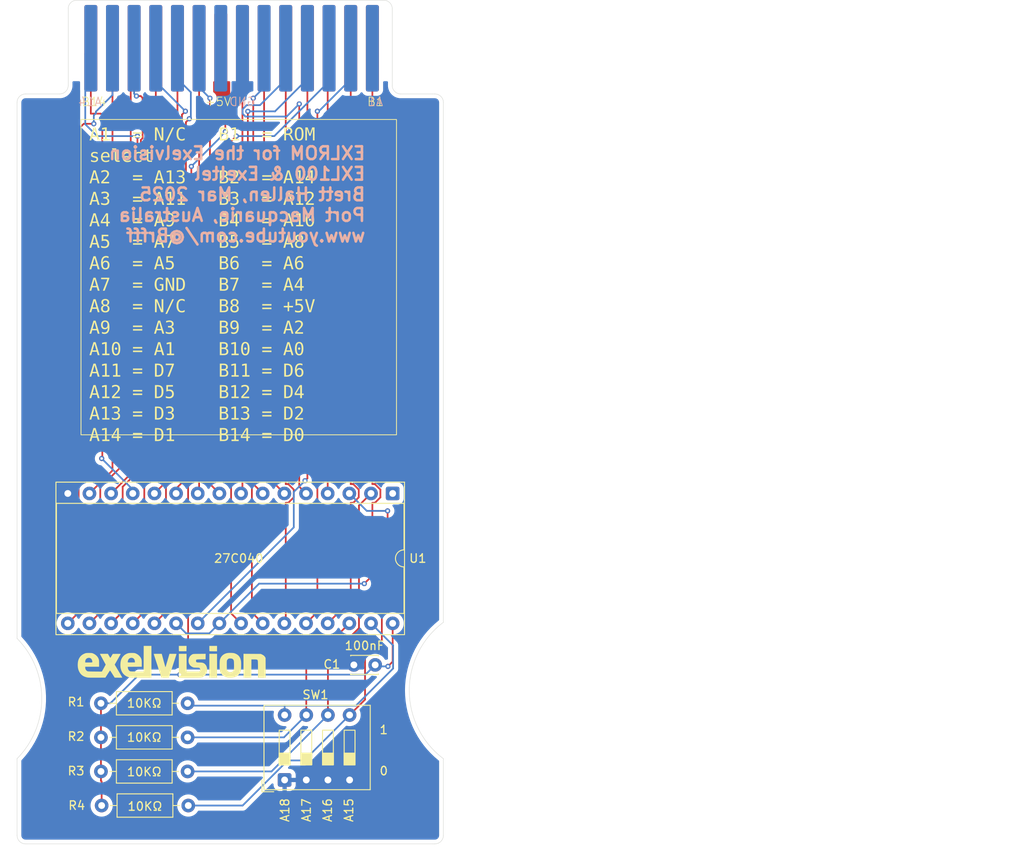
<source format=kicad_pcb>
(kicad_pcb (version 20241229) (generator "pcbnew") (generator_version "9.0")
  (title_block (title "Exelvision EXLROM Cartridge") (date "1-Apr-2025") (company "Brett Hallen") (comment 1 "www.youtube.com/@Brfff"))
  (layers (0 "F.Cu" signal) (2 "B.Cu" signal) (13 "F.Paste" user) (15 "B.Paste" user) (5 "F.SilkS" user "F.Silkscreen") (7 "B.SilkS" user "B.Silkscreen") (1 "F.Mask" user) (3 "B.Mask" user) (25 "Edge.Cuts" user))
  (net 0 "")
  (net 1 "/A15")
  (net 2 "Vcc")
  (net 3 "/A16")
  (net 4 "/A17")
  (net 5 "/A18")
  (net 6 "GND")
  (net 7 "~{ROM_CS}")
  (net 8 "/A9")
  (net 9 "/A6")
  (net 10 "/D0")
  (net 11 "/D6")
  (net 12 "/D1")
  (net 13 "/D7")
  (net 14 "/D4")
  (net 15 "/A11")
  (net 16 "/A10")
  (net 17 "/A0")
  (net 18 "/A7")
  (net 19 "/A3")
  (net 21 "/A12")
  (net 22 "/A5")
  (net 23 "/A14")
  (net 24 "/D2")
  (net 25 "/A1")
  (net 26 "/A4")
  (net 27 "/D3")
  (net 28 "/A8")
  (net 29 "/D5")
  (net 30 "/A13")
  (net 31 "/A2")
  (footprint "Package_DIP:DIP-32_W15.24mm_Socket" (layer "F.Cu") (at 73.05 81.38 -90)
    (property "Reference" "U1" (at 7.62 -2.95 180) (layer "F.SilkS"))
    (property "Value" "27C040" (at 7.62 18.05 180) (layer "F.SilkS"))
    (pad "1" thru_hole roundrect (at 0 0 270) (size 1.6 1.6) (drill 0.8) (layers "*.Cu" "*.Mask") (roundrect_rratio 0.15625))
    (pad "2" thru_hole circle (at 0 2.54 270) (size 1.6 1.6) (drill 0.8) (layers "*.Cu" "*.Mask") (net 3 "/A16"))
    (pad "3" thru_hole circle (at 0 5.08 270) (size 1.6 1.6) (drill 0.8) (layers "*.Cu" "*.Mask") (net 1 "/A15"))
    (pad "4" thru_hole circle (at 0 7.62 270) (size 1.6 1.6) (drill 0.8) (layers "*.Cu" "*.Mask") (net 21 "/A12"))
    (pad "5" thru_hole circle (at 0 10.16 270) (size 1.6 1.6) (drill 0.8) (layers "*.Cu" "*.Mask") (net 18 "/A7"))
    (pad "6" thru_hole circle (at 0 12.7 270) (size 1.6 1.6) (drill 0.8) (layers "*.Cu" "*.Mask") (net 9 "/A6"))
    (pad "7" thru_hole circle (at 0 15.24 270) (size 1.6 1.6) (drill 0.8) (layers "*.Cu" "*.Mask") (net 22 "/A5"))
    (pad "8" thru_hole circle (at 0 17.78 270) (size 1.6 1.6) (drill 0.8) (layers "*.Cu" "*.Mask") (net 26 "/A4"))
    (pad "9" thru_hole circle (at 0 20.32 270) (size 1.6 1.6) (drill 0.8) (layers "*.Cu" "*.Mask") (net 19 "/A3"))
    (pad "10" thru_hole circle (at 0 22.86 270) (size 1.6 1.6) (drill 0.8) (layers "*.Cu" "*.Mask") (net 31 "/A2"))
    (pad "11" thru_hole circle (at 0 25.4 270) (size 1.6 1.6) (drill 0.8) (layers "*.Cu" "*.Mask") (net 25 "/A1"))
    (pad "12" thru_hole circle (at 0 27.94 270) (size 1.6 1.6) (drill 0.8) (layers "*.Cu" "*.Mask") (net 17 "/A0"))
    (pad "13" thru_hole circle (at 0 30.48 270) (size 1.6 1.6) (drill 0.8) (layers "*.Cu" "*.Mask") (net 10 "/D0"))
    (pad "14" thru_hole circle (at 0 33.02 270) (size 1.6 1.6) (drill 0.8) (layers "*.Cu" "*.Mask") (net 12 "/D1"))
    (pad "15" thru_hole circle (at 0 35.56 270) (size 1.6 1.6) (drill 0.8) (layers "*.Cu" "*.Mask") (net 24 "/D2"))
    (pad "16" thru_hole circle (at 0 38.1 270) (size 1.6 1.6) (drill 0.8) (layers "*.Cu" "*.Mask") (net 6 "GND"))
    (pad "17" thru_hole circle (at 15.24 38.1 270) (size 1.6 1.6) (drill 0.8) (layers "*.Cu" "*.Mask") (net 27 "/D3"))
    (pad "18" thru_hole circle (at 15.24 35.56 270) (size 1.6 1.6) (drill 0.8) (layers "*.Cu" "*.Mask") (net 14 "/D4"))
    (pad "19" thru_hole circle (at 15.24 33.02 270) (size 1.6 1.6) (drill 0.8) (layers "*.Cu" "*.Mask") (net 29 "/D5"))
    (pad "20" thru_hole circle (at 15.24 30.48 270) (size 1.6 1.6) (drill 0.8) (layers "*.Cu" "*.Mask") (net 11 "/D6"))
    (pad "21" thru_hole circle (at 15.24 27.94 270) (size 1.6 1.6) (drill 0.8) (layers "*.Cu" "*.Mask") (net 13 "/D7"))
    (pad "22" thru_hole circle (at 15.24 25.4 270) (size 1.6 1.6) (drill 0.8) (layers "*.Cu" "*.Mask") (net 7 "~{ROM_CS}"))
    (pad "23" thru_hole circle (at 15.24 22.86 270) (size 1.6 1.6) (drill 0.8) (layers "*.Cu" "*.Mask") (net 16 "/A10"))
    (pad "24" thru_hole circle (at 15.24 20.32 270) (size 1.6 1.6) (drill 0.8) (layers "*.Cu" "*.Mask") (net 7 "~{ROM_CS}"))
    (pad "25" thru_hole circle (at 15.24 17.78 270) (size 1.6 1.6) (drill 0.8) (layers "*.Cu" "*.Mask") (net 15 "/A11"))
    (pad "26" thru_hole circle (at 15.24 15.24 270) (size 1.6 1.6) (drill 0.8) (layers "*.Cu" "*.Mask") (net 8 "/A9"))
    (pad "27" thru_hole circle (at 15.24 12.7 270) (size 1.6 1.6) (drill 0.8) (layers "*.Cu" "*.Mask") (net 28 "/A8"))
    (pad "28" thru_hole circle (at 15.24 10.16 270) (size 1.6 1.6) (drill 0.8) (layers "*.Cu" "*.Mask") (net 30 "/A13"))
    (pad "29" thru_hole circle (at 15.24 7.62 270) (size 1.6 1.6) (drill 0.8) (layers "*.Cu" "*.Mask") (net 23 "/A14"))
    (pad "30" thru_hole circle (at 15.24 5.08 270) (size 1.6 1.6) (drill 0.8) (layers "*.Cu" "*.Mask") (net 4 "/A17"))
    (pad "31" thru_hole circle (at 15.24 2.54 270) (size 1.6 1.6) (drill 0.8) (layers "*.Cu" "*.Mask") (net 5 "/A18"))
    (pad "32" thru_hole circle (at 15.24 0 270) (size 1.6 1.6) (drill 0.8) (layers "*.Cu" "*.Mask") (net 2 "Vcc"))
  )
  (footprint "Resistor_THT:R_Axial_DIN0207_L6.3mm_D2.5mm_P10.16mm_Horizontal" (layer "F.Cu") (at 49 106 180)
    (property "Reference" "R1" (at 13.08 0.15 0) (layer "F.SilkS"))
    (property "Value" "10KΩ" (at 5.08 0 0) (layer "F.SilkS"))
    (pad "1" thru_hole circle (at 0 0 180) (size 1.6 1.6) (drill 0.8) (layers "*.Cu" "*.Mask") (net 5 "/A18"))
    (pad "2" thru_hole oval (at 10.16 0 180) (size 1.6 1.6) (drill 0.8) (layers "*.Cu" "*.Mask") (net 2 "Vcc"))
  )
  (footprint "Button_Switch_THT:SW_DIP_SPSTx04_Slide_9.78x12.34mm_W7.62mm_P2.54mm" (layer "F.Cu") (at 60.38 115 90)
    (property "Reference" "SW1" (at 10 3.62 180) (layer "F.SilkS"))
    (property "Value" "SW_DIP_x04" (hide yes))
    (pad "1" thru_hole roundrect (at 0 0 90) (size 1.6 1.6) (drill 0.8) (layers "*.Cu" "*.Mask") (roundrect_rratio 0.15625) (net 6 "GND"))
    (pad "2" thru_hole circle (at 0 2.54 90) (size 1.6 1.6) (drill 0.8) (layers "*.Cu" "*.Mask") (net 6 "GND"))
    (pad "3" thru_hole circle (at 0 5.08 90) (size 1.6 1.6) (drill 0.8) (layers "*.Cu" "*.Mask") (net 6 "GND"))
    (pad "4" thru_hole circle (at 0 7.62 90) (size 1.6 1.6) (drill 0.8) (layers "*.Cu" "*.Mask") (net 6 "GND"))
    (pad "5" thru_hole circle (at 7.62 7.62 90) (size 1.6 1.6) (drill 0.8) (layers "*.Cu" "*.Mask") (net 1 "/A15"))
    (pad "6" thru_hole circle (at 7.62 5.08 90) (size 1.6 1.6) (drill 0.8) (layers "*.Cu" "*.Mask") (net 3 "/A16"))
    (pad "7" thru_hole circle (at 7.62 2.54 90) (size 1.6 1.6) (drill 0.8) (layers "*.Cu" "*.Mask") (net 4 "/A17"))
    (pad "8" thru_hole circle (at 7.62 0 90) (size 1.6 1.6) (drill 0.8) (layers "*.Cu" "*.Mask") (net 5 "/A18"))
  )
  (footprint "Clueless_Engineer:EXL100_Cartridge" (layer "F.Cu") (at 55.4315 26.5969)
    (property "Reference" "J1" (hide yes))
    (property "Value" "EXL100 Cartridge" (hide yes))
    (pad "a1" connect roundrect (at 15.24 2.54 270) (size 10.16 1.52) (layers "B.Cu" "B.Mask") (roundrect_rratio 0.15))
    (pad "a2" connect roundrect (at 12.7 2.54 270) (size 10.16 1.52) (layers "B.Cu" "B.Mask") (roundrect_rratio 0.15) (net 30 "/A13"))
    (pad "a3" connect roundrect (at 10.16 2.54 270) (size 10.16 1.52) (layers "B.Cu" "B.Mask") (roundrect_rratio 0.15) (net 15 "/A11"))
    (pad "a4" connect roundrect (at 7.62 2.54 270) (size 10.16 1.52) (layers "B.Cu" "B.Mask") (roundrect_rratio 0.15) (net 8 "/A9"))
    (pad "a5" connect roundrect (at 5.08 2.54 270) (size 10.16 1.52) (layers "B.Cu" "B.Mask") (roundrect_rratio 0.15) (net 18 "/A7"))
    (pad "a6" connect roundrect (at 2.54 2.54 270) (size 10.16 1.52) (layers "B.Cu" "B.Mask") (roundrect_rratio 0.15) (net 22 "/A5"))
    (pad "a7" connect roundrect (at 0 2.54 270) (size 10.16 1.52) (layers "B.Cu" "B.Mask") (roundrect_rratio 0.15) (net 6 "GND"))
    (pad "a8" connect roundrect (at -2.54 2.54 270) (size 10.16 1.52) (layers "B.Cu" "B.Mask") (roundrect_rratio 0.15))
    (pad "a9" connect roundrect (at -5.08 2.54 270) (size 10.16 1.52) (layers "B.Cu" "B.Mask") (roundrect_rratio 0.15) (net 19 "/A3"))
    (pad "a10" connect roundrect (at -7.62 2.54 270) (size 10.16 1.52) (layers "B.Cu" "B.Mask") (roundrect_rratio 0.15) (net 25 "/A1"))
    (pad "a11" connect roundrect (at -10.16 2.54 270) (size 10.16 1.52) (layers "B.Cu" "B.Mask") (roundrect_rratio 0.15) (net 13 "/D7"))
    (pad "a12" connect roundrect (at -12.7 2.54 270) (size 10.16 1.52) (layers "B.Cu" "B.Mask") (roundrect_rratio 0.15) (net 29 "/D5"))
    (pad "a13" connect roundrect (at -15.24 2.54 270) (size 10.16 1.52) (layers "B.Cu" "B.Mask") (roundrect_rratio 0.15) (net 27 "/D3"))
    (pad "a14" connect roundrect (at -17.78 2.54 270) (size 10.16 1.52) (layers "B.Cu" "B.Mask") (roundrect_rratio 0.15) (net 12 "/D1"))
    (pad "b1" connect roundrect (at 15.24 2.54 90) (size 10.16 1.52) (layers "F.Cu" "F.Mask") (roundrect_rratio 0.15) (net 7 "~{ROM_CS}"))
    (pad "b2" connect roundrect (at 12.7 2.54 90) (size 10.16 1.52) (layers "F.Cu" "F.Mask") (roundrect_rratio 0.15) (net 23 "/A14"))
    (pad "b3" connect roundrect (at 10.16 2.54 90) (size 10.16 1.52) (layers "F.Cu" "F.Mask") (roundrect_rratio 0.15) (net 21 "/A12"))
    (pad "b4" connect roundrect (at 7.62 2.54 90) (size 10.16 1.52) (layers "F.Cu" "F.Mask") (roundrect_rratio 0.15) (net 16 "/A10"))
    (pad "b5" connect roundrect (at 5.08 2.54 90) (size 10.16 1.52) (layers "F.Cu" "F.Mask") (roundrect_rratio 0.15) (net 28 "/A8"))
    (pad "b6" connect roundrect (at 2.54 2.54 90) (size 10.16 1.52) (layers "F.Cu" "F.Mask") (roundrect_rratio 0.15) (net 9 "/A6"))
    (pad "b7" connect roundrect (at 0 2.54 90) (size 10.16 1.52) (layers "F.Cu" "F.Mask") (roundrect_rratio 0.15) (net 26 "/A4"))
    (pad "b8" connect roundrect (at -2.54 2.98 90) (size 9.28 1.52) (layers "F.Cu" "F.Mask") (roundrect_rratio 0.15) (net 2 "Vcc"))
    (pad "b9" connect roundrect (at -5.08 2.54 90) (size 10.16 1.52) (layers "F.Cu" "F.Mask") (roundrect_rratio 0.15) (net 31 "/A2"))
    (pad "b10" connect roundrect (at -7.62 2.54 90) (size 10.16 1.52) (layers "F.Cu" "F.Mask") (roundrect_rratio 0.15) (net 17 "/A0"))
    (pad "b11" connect roundrect (at -10.16 2.54 90) (size 10.16 1.52) (layers "F.Cu" "F.Mask") (roundrect_rratio 0.15) (net 11 "/D6"))
    (pad "b12" connect roundrect (at -12.7 2.54 90) (size 10.16 1.52) (layers "F.Cu" "F.Mask") (roundrect_rratio 0.15) (net 14 "/D4"))
    (pad "b13" connect roundrect (at -15.24 2.54 90) (size 10.16 1.52) (layers "F.Cu" "F.Mask") (roundrect_rratio 0.15) (net 24 "/D2"))
    (pad "b14" connect roundrect (at -17.78 2.54 90) (size 10.16 1.52) (layers "F.Cu" "F.Mask") (roundrect_rratio 0.15) (net 10 "/D0"))
  )
  (footprint "Resistor_THT:R_Axial_DIN0207_L6.3mm_D2.5mm_P10.16mm_Horizontal" (layer "F.Cu") (at 49.08 118 180)
    (property "Reference" "R4" (at 13.08 0 0) (layer "F.SilkS"))
    (property "Value" "10KΩ" (at 5.08 -0.1 0) (layer "F.SilkS"))
    (pad "1" thru_hole circle (at 0 0 180) (size 1.6 1.6) (drill 0.8) (layers "*.Cu" "*.Mask") (net 1 "/A15"))
    (pad "2" thru_hole oval (at 10.16 0 180) (size 1.6 1.6) (drill 0.8) (layers "*.Cu" "*.Mask") (net 2 "Vcc"))
  )
  (footprint "Resistor_THT:R_Axial_DIN0207_L6.3mm_D2.5mm_P10.16mm_Horizontal" (layer "F.Cu") (at 49 114 180)
    (property "Reference" "R3" (at 13.08 0.05 0) (layer "F.SilkS"))
    (property "Value" "10KΩ" (at 5.08 -0.05 0) (layer "F.SilkS"))
    (pad "1" thru_hole circle (at 0 0 180) (size 1.6 1.6) (drill 0.8) (layers "*.Cu" "*.Mask") (net 3 "/A16"))
    (pad "2" thru_hole oval (at 10.16 0 180) (size 1.6 1.6) (drill 0.8) (layers "*.Cu" "*.Mask") (net 2 "Vcc"))
  )
  (footprint "Resistor_THT:R_Axial_DIN0207_L6.3mm_D2.5mm_P10.16mm_Horizontal" (layer "F.Cu") (at 49 110 180)
    (property "Reference" "R2" (at 13.08 0.1 0) (layer "F.SilkS"))
    (property "Value" "10KΩ" (at 5.08 0 0) (layer "F.SilkS"))
    (pad "1" thru_hole circle (at 0 0 180) (size 1.6 1.6) (drill 0.8) (layers "*.Cu" "*.Mask") (net 4 "/A17"))
    (pad "2" thru_hole oval (at 10.16 0 180) (size 1.6 1.6) (drill 0.8) (layers "*.Cu" "*.Mask") (net 2 "Vcc"))
  )
  (footprint "LOGO" (layer "F.Cu") (at 47 101)
    (property "Reference" "G***" (hide yes))
    (property "Value" "LOGO" (hide yes))
  )
  (footprint "Capacitor_THT:C_Disc_D3.0mm_W2.0mm_P2.50mm" (layer "F.Cu") (at 71 101.4981 180)
    (property "Reference" "C1" (at 5.082477 0.073371 0) (layer "F.SilkS"))
    (property "Value" "100nF" (at 1.25 2.25 0) (layer "F.SilkS"))
    (pad "1" thru_hole circle (at 0 0 180) (size 1.6 1.6) (drill 0.8) (layers "*.Cu" "*.Mask") (net 2 "Vcc"))
    (pad "2" thru_hole circle (at 2.5 0 180) (size 1.6 1.6) (drill 0.8) (layers "*.Cu" "*.Mask") (net 6 "GND"))
  )
  (gr_line (start 73 24.499998) (end 73 33.499998) (stroke (width 0.05)) (layer "Edge.Cuts"))
  (gr_arc (start 72 23.499998) (mid 72.707107 23.792891) (end 73 24.499998) (stroke (width 0.05)) (layer "Edge.Cuts"))
  (gr_arc (start 74 34.499998) (mid 73.292893 34.207105) (end 73 33.499998) (stroke (width 0.05)) (layer "Edge.Cuts"))
  (gr_arc (start 79 121.499998) (mid 78.707107 122.207105) (end 78 122.499998) (stroke (width 0.05)) (layer "Edge.Cuts"))
  (gr_line (start 29 98.39331) (end 29 35.499998) (stroke (width 0.05)) (layer "Edge.Cuts"))
  (gr_arc (start 29 98.39331) (mid 31.895467 105.434324) (end 29 112.500006) (stroke (width 0.05)) (layer "Edge.Cuts"))
  (gr_line (start 30 122.499998) (end 78 122.499998) (stroke (width 0.05)) (layer "Edge.Cuts"))
  (gr_line (start 74 34.499998) (end 78 34.499998) (stroke (width 0.05)) (layer "Edge.Cuts"))
  (gr_line (start 29 112.500006) (end 29 121.499998) (stroke (width 0.05)) (layer "Edge.Cuts"))
  (gr_line (start 30 34.499998) (end 34 34.499998) (stroke (width 0.05)) (layer "Edge.Cuts"))
  (gr_arc (start 30 122.499998) (mid 29.292893 122.207105) (end 29 121.499998) (stroke (width 0.05)) (layer "Edge.Cuts"))
  (gr_line (start 79 121.499998) (end 79 112.499996) (stroke (width 0.05)) (layer "Edge.Cuts"))
  (gr_line (start 36 23.499998) (end 72 23.499998) (stroke (width 0.05)) (layer "Edge.Cuts"))
  (gr_arc (start 79 112.499996) (mid 75 104.499999) (end 79 96.500002) (stroke (width 0.05)) (layer "Edge.Cuts"))
  (gr_arc (start 29 35.499998) (mid 29.292893 34.792891) (end 30 34.499998) (stroke (width 0.05)) (layer "Edge.Cuts"))
  (gr_arc (start 78 34.499998) (mid 78.707107 34.792891) (end 79 35.499998) (stroke (width 0.05)) (layer "Edge.Cuts"))
  (gr_arc (start 35 33.499998) (mid 34.707107 34.207105) (end 34 34.499998) (stroke (width 0.05)) (layer "Edge.Cuts"))
  (gr_line (start 35 33.499998) (end 35 24.499998) (stroke (width 0.05)) (layer "Edge.Cuts"))
  (gr_line (start 79 35.499998) (end 79 96.500002) (stroke (width 0.05)) (layer "Edge.Cuts"))
  (gr_arc (start 35 24.499998) (mid 35.292893 23.792891) (end 36 23.499998) (stroke (width 0.05)) (layer "Edge.Cuts"))
  (gr_text "A16" (at 66 120.020971 90) (layer "F.SilkS") (effects (font (size 1 1)) (justify left bottom)))
  (gr_text "B14" (at 36.5 36 0) (layer "F.SilkS") (effects (font (size 1 1) (thickness 0.1)) (justify left bottom)))
  (gr_text "+5V" (at 51 36 0) (layer "F.SilkS") (effects (font (size 1 1) (thickness 0.1)) (justify left bottom)))
  (gr_text "A17" (at 63.519629 120.020971 90) (layer "F.SilkS") (effects (font (size 1 1)) (justify left bottom)))
  (gr_text "1\n\n\n0" (at 71.431803 114.528467 0) (layer "F.SilkS") (effects (font (size 1 1)) (justify left bottom)))
  (gr_text "A15" (at 68.498089 120.020971 90) (layer "F.SilkS") (effects (font (size 1 1)) (justify left bottom)))
  (gr_text "A18" (at 61 120.020971 90) (layer "F.SilkS") (effects (font (size 1 1)) (justify left bottom)))
  (gr_text "B1" (at 70 36 0) (layer "F.SilkS") (effects (font (size 1 1) (thickness 0.1)) (justify left bottom)))
  (gr_text "A1" (at 72 36 0) (layer "B.SilkS") (effects (font (size 1 1) (thickness 0.1)) (justify left bottom mirror)))
  (gr_text "EXLROM for the Exelvision \nEXL100 & Exeltel\nBrett Hallen, Mar 2025\nPort Macquarie, Australia\nwww.youtube.com/@Brfff" (at 70 52 0) (layer "B.SilkS") (effects (font (size 1.5 1.5) (thickness 0.3) (bold yes)) (justify left bottom mirror)))
  (gr_text "GND" (at 57 36 0) (layer "B.SilkS") (effects (font (size 1 1) (thickness 0.1)) (justify left bottom mirror)))
  (gr_text "A14" (at 39 36 0) (layer "B.SilkS") (effects (font (size 1 1) (thickness 0.1)) (justify left bottom mirror)))
  (gr_text_box "A1  = N/C   B1  = ROM select\nA2  = A13   B2  = A14\nA3  = A11   B3  = A12\nA4  = A9    B4  = A10\nA5  = A7    B5  = A8\nA6  = A5    B6  = A6\nA7  = GND   B7  = A4\nA8  = N/C   B8  = +5V\nA9  = A3    B9  = A2\nA10 = A1    B10 = A0\nA11 = D7    B11 = D6\nA12 = D5    B12 = D4\nA13 = D3    B13 = D2\nA14 = D1    B14 = D0\n" (start 36.5 37.5) (end 73.5 74.5) (margins 1.0025 1.0025 1.0025 1.0025) (layer "F.SilkS") (effects (font (size 1.5 1.5) (thickness 0.1)) (justify left top)) (border yes) (stroke (width 0.1)))
  (segment (start 68 107.38) (end 69.8102 105.5698) (width 0.2) (layer "F.Cu") (net 1))
  (segment (start 71.78 98.6442) (end 71.78 92.3783) (width 0.2) (layer "F.Cu") (net 1))
  (segment (start 69.8102 105.5698) (end 69.8102 100.614) (width 0.2) (layer "F.Cu") (net 1))
  (segment (start 71.78 92.3783) (end 72.4567 91.7016) (width 0.2) (layer "F.Cu") (net 1))
  (segment (start 72.4567 91.7016) (end 72.4567 83.4254) (width 0.2) (layer "F.Cu") (net 1))
  (segment (start 69.8102 100.614) (end 71.78 98.6442) (width 0.2) (layer "F.Cu") (net 1))
  (via (at 72.4567 83.4254) (size 0.6) (drill 0.3) (layers "F.Cu" "B.Cu") (net 1))
  (segment (start 55.4534 118) (end 49.08 118) (width 0.2) (layer "B.Cu") (net 1))
  (segment (start 72.4567 83.4254) (end 70.0154 83.4254) (width 0.2) (layer "B.Cu") (net 1))
  (segment (start 68 107.38) (end 62.6713 112.7087) (width 0.2) (layer "B.Cu") (net 1))
  (segment (start 70.0154 83.4254) (end 67.97 81.38) (width 0.2) (layer "B.Cu") (net 1))
  (segment (start 60.7447 112.7087) (end 55.4534 118) (width 0.2) (layer "B.Cu") (net 1))
  (segment (start 62.6713 112.7087) (end 60.7447 112.7087) (width 0.2) (layer "B.Cu") (net 1))
  (segment (start 38.84 115.1017) (end 38.92 115.1817) (width 0.2) (layer "F.Cu") (net 2))
  (segment (start 38.84 110) (end 38.84 114) (width 0.2) (layer "F.Cu") (net 2))
  (segment (start 49.4386 43) (end 49.4386 80.1573) (width 0.2) (layer "F.Cu") (net 2))
  (segment (start 38.84 106) (end 38.84 110) (width 0.2) (layer "F.Cu") (net 2))
  (segment (start 53.4254 34.5105) (end 53.4254 38.9292) (width 0.2) (layer "F.Cu") (net 2))
  (segment (start 73.05 101.1189) (end 72.4975 101.6714) (width 0.2) (layer "F.Cu") (net 2))
  (segment (start 38.92 115.1817) (end 38.92 118) (width 0.2) (layer "F.Cu") (net 2))
  (segment (start 38.84 114) (end 38.84 115.1017) (width 0.2) (layer "F.Cu") (net 2))
  (segment (start 49.0616 101.671) (end 48.0945 102.6381) (width 0.2) (layer "F.Cu") (net 2))
  (segment (start 73.05 96.62) (end 73.05 101.1189) (width 0.2) (layer "F.Cu") (net 2))
  (segment (start 49.0616 80.5343) (end 49.0616 101.671) (width 0.2) (layer "F.Cu") (net 2))
  (segment (start 52.8915 33.8915) (end 52.8915 29.5769) (width 0.2) (layer "F.Cu") (net 2))
  (segment (start 49.4386 80.1573) (end 49.0616 80.5343) (width 0.2) (layer "F.Cu") (net 2))
  (via (at 53.4254 38.9292) (size 0.6) (drill 0.3) (layers "F.Cu" "B.Cu") (net 2))
  (via (at 48.0945 102.6381) (size 0.6) (drill 0.3) (layers "F.Cu" "B.Cu") (net 2))
  (via (at 49.4386 43) (size 0.6) (drill 0.3) (layers "F.Cu" "B.Cu") (net 2))
  (via (at 72.4975 101.6714) (size 0.6) (drill 0.3) (layers "F.Cu" "B.Cu") (net 2))
  (segment (start 71 101.4981) (end 69.86 102.6381) (width 0.2) (layer "B.Cu") (net 2))
  (segment (start 43.3036 102.6381) (end 39.9417 106) (width 0.2) (layer "B.Cu") (net 2))
  (segment (start 71.1733 101.6714) (end 71 101.4981) (width 0.2) (layer "B.Cu") (net 2))
  (segment (start 48.0945 102.6381) (end 43.3036 102.6381) (width 0.2) (layer "B.Cu") (net 2))
  (segment (start 38.84 106) (end 39.9417 106) (width 0.2) (layer "B.Cu") (net 2))
  (segment (start 72.4975 101.6714) (end 71.1733 101.6714) (width 0.2) (layer "B.Cu") (net 2))
  (segment (start 69.86 102.6381) (end 48.0945 102.6381) (width 0.2) (layer "B.Cu") (net 2))
  (segment (start 52.9091 39.5295) (end 52.9091 39.4455) (width 0.2) (layer "B.Cu") (net 2))
  (segment (start 49.4386 43) (end 52.9091 39.5295) (width 0.2) (layer "B.Cu") (net 2))
  (segment (start 52.9091 39.4455) (end 53.4254 38.9292) (width 0.2) (layer "B.Cu") (net 2))
  (segment (start 69.0985 97.1734) (end 69.0985 82.7915) (width 0.2) (layer "F.Cu") (net 3))
  (segment (start 65.46 107.38) (end 65.46 100.8119) (width 0.2) (layer "F.Cu") (net 3))
  (segment (start 69.0985 82.7915) (end 70.51 81.38) (width 0.2) (layer "F.Cu") (net 3))
  (segment (start 65.46 100.8119) (end 69.0985 97.1734) (width 0.2) (layer "F.Cu") (net 3))
  (segment (start 65.46 107.38) (end 58.84 114) (width 0.2) (layer "B.Cu") (net 3))
  (segment (start 58.84 114) (end 49 114) (width 0.2) (layer "B.Cu") (net 3))
  (segment (start 62.92 101.67) (end 67.97 96.62) (width 0.2) (layer "F.Cu") (net 4))
  (segment (start 62.92 107.38) (end 62.92 101.67) (width 0.2) (layer "F.Cu") (net 4))
  (segment (start 60.3 110) (end 49 110) (width 0.2) (layer "B.Cu") (net 4))
  (segment (start 62.92 107.38) (end 60.3 110) (width 0.2) (layer "B.Cu") (net 4))
  (segment (start 68.7417 106.2783) (end 73.0997 101.9203) (width 0.2) (layer "B.Cu") (net 5))
  (segment (start 49 106) (end 49.2783 106.2783) (width 0.2) (layer "B.Cu") (net 5))
  (segment (start 73.0997 99.2097) (end 70.51 96.62) (width 0.2) (layer "B.Cu") (net 5))
  (segment (start 49.2783 106.2783) (end 60.38 106.2783) (width 0.2) (layer "B.Cu") (net 5))
  (segment (start 60.38 106.2783) (end 68.7417 106.2783) (width 0.2) (layer "B.Cu") (net 5))
  (segment (start 73.0997 101.9203) (end 73.0997 99.2097) (width 0.2) (layer "B.Cu") (net 5))
  (segment (start 60.38 107.38) (end 60.38 106.2783) (width 0.2) (layer "B.Cu") (net 5))
  (segment (start 55.4315 35.0017) (end 55.4315 29.1369) (width 0.2) (layer "B.Cu") (net 6))
  (segment (start 70.6715 29.1369) (end 70.6715 80.279) (width 0.2) (layer "F.Cu") (net 7))
  (segment (start 70.6715 80.279) (end 70.96605 80.279) (width 0.2) (layer "F.Cu") (net 7))
  (segment (start 70.96605 82.481) (end 70.6715 82.481) (width 0.2) (layer "F.Cu") (net 7))
  (segment (start 71.611 81.83605) (end 70.96605 82.481) (width 0.2) (layer "F.Cu") (net 7))
  (segment (start 71.611 80.92395) (end 71.611 81.83605) (width 0.2) (layer "F.Cu") (net 7))
  (segment (start 70.6715 91.0129) (end 69.7203 91.9641) (width 0.2) (layer "F.Cu") (net 7))
  (segment (start 70.96605 80.279) (end 71.611 80.92395) (width 0.2) (layer "F.Cu") (net 7))
  (segment (start 70.6715 82.481) (end 70.6715 91.0129) (width 0.2) (layer "F.Cu") (net 7))
  (via (at 69.7203 91.9641) (size 0.6) (drill 0.3) (layers "F.Cu" "B.Cu") (net 7))
  (segment (start 47.65 96.62) (end 48.8247 97.7947) (width 0.2) (layer "B.Cu") (net 7))
  (segment (start 51.5553 97.7947) (end 52.73 96.62) (width 0.2) (layer "B.Cu") (net 7))
  (segment (start 48.8247 97.7947) (end 51.5553 97.7947) (width 0.2) (layer "B.Cu") (net 7))
  (segment (start 52.73 96.62) (end 57.3859 91.9641) (width 0.2) (layer "B.Cu") (net 7))
  (segment (start 57.3859 91.9641) (end 69.7203 91.9641) (width 0.2) (layer "B.Cu") (net 7))
  (segment (start 56.54 95.35) (end 56.54 80.6848) (width 0.2) (layer "F.Cu") (net 8))
  (segment (start 57.81 96.62) (end 56.54 95.35) (width 0.2) (layer "F.Cu") (net 8))
  (segment (start 56.54 80.6848) (end 56.0681 80.2129) (width 0.2) (layer "F.Cu") (net 8))
  (segment (start 56.0681 80.2129) (end 56.0681 36.5421) (width 0.2) (layer "F.Cu") (net 8))
  (via (at 56.0681 36.5421) (size 0.6) (drill 0.3) (layers "F.Cu" "B.Cu") (net 8))
  (segment (start 63.0515 32.743) (end 59.2524 36.5421) (width 0.2) (layer "B.Cu") (net 8))
  (segment (start 63.0515 29.1369) (end 63.0515 32.743) (width 0.2) (layer "B.Cu") (net 8))
  (segment (start 59.2524 36.5421) (end 56.0681 36.5421) (width 0.2) (layer "B.Cu") (net 8))
  (segment (start 57.9715 79.0015) (end 57.9715 29.1369) (width 0.2) (layer "F.Cu") (net 9))
  (segment (start 60.35 81.38) (end 57.9715 79.0015) (width 0.2) (layer "F.Cu") (net 9))
  (segment (start 38.809 36.809) (end 39 37) (width 0.2) (layer "F.Cu") (net 10))
  (segment (start 37.6515 29.1369) (end 37.6515 36.809) (width 0.2) (layer "F.Cu") (net 10))
  (segment (start 39 77.2022) (end 38.9253 77.2769) (width 0.2) (layer "F.Cu") (net 10))
  (segment (start 37.6515 36.809) (end 38.809 36.809) (width 0.2) (layer "F.Cu") (net 10))
  (segment (start 39 37) (end 39 77.2022) (width 0.2) (layer "F.Cu") (net 10))
  (via (at 38.9253 77.2769) (size 0.6) (drill 0.3) (layers "F.Cu" "B.Cu") (net 10))
  (segment (start 42.57 80.9216) (end 38.9253 77.2769) (width 0.2) (layer "B.Cu") (net 10))
  (segment (start 42.57 81.38) (end 42.57 80.9216) (width 0.2) (layer "B.Cu") (net 10))
  (segment (start 42.57 96.62) (end 43.9225 95.2675) (width 0.2) (layer "F.Cu") (net 11))
  (segment (start 45.2715 38.712) (end 45.2715 29.1369) (width 0.2) (layer "F.Cu") (net 11))
  (segment (start 43.9225 40.061) (end 45.2715 38.712) (width 0.2) (layer "F.Cu") (net 11))
  (segment (start 43.9225 95.2675) (end 43.9225 40.061) (width 0.2) (layer "F.Cu") (net 11))
  (segment (start 40.03 81.38) (end 43.1191 78.2909) (width 0.2) (layer "F.Cu") (net 12))
  (segment (start 43.1191 78.2909) (end 43.1191 39.4454) (width 0.2) (layer "F.Cu") (net 12))
  (via (at 43.1191 39.4454) (size 0.6) (drill 0.3) (layers "F.Cu" "B.Cu") (net 12))
  (segment (start 37 38.0554) (end 38.39 39.4454) (width 0.2) (layer "B.Cu") (net 12))
  (segment (start 37.6515 29.1369) (end 37 29.7884) (width 0.2) (layer "B.Cu") (net 12))
  (segment (start 37 29.7884) (end 37 38.0554) (width 0.2) (layer "B.Cu") (net 12))
  (segment (start 38.39 39.4454) (end 43.1191 39.4454) (width 0.2) (layer "B.Cu") (net 12))
  (segment (start 48.3396 78.7231) (end 46.465 80.5977) (width 0.2) (layer "F.Cu") (net 13))
  (segment (start 46.465 80.5977) (end 46.465 95.265) (width 0.2) (layer "F.Cu") (net 13))
  (segment (start 48.3396 36.9271) (end 48.3396 78.7231) (width 0.2) (layer "F.Cu") (net 13))
  (segment (start 48.7401 36.5266) (end 48.3396 36.9271) (width 0.2) (layer "F.Cu") (net 13))
  (segment (start 46.465 95.265) (end 45.11 96.62) (width 0.2) (layer "F.Cu") (net 13))
  (via (at 48.7401 36.5266) (size 0.6) (drill 0.3) (layers "F.Cu" "B.Cu") (net 13))
  (segment (start 45.2715 33.058) (end 48.7401 36.5266) (width 0.2) (layer "B.Cu") (net 13))
  (segment (start 45.2715 29.1369) (end 45.2715 33.058) (width 0.2) (layer "B.Cu") (net 13))
  (segment (start 38.76 80.6848) (end 38.76 95.35) (width 0.2) (layer "F.Cu") (net 14))
  (segment (start 38.76 95.35) (end 37.49 96.62) (width 0.2) (layer "F.Cu") (net 14))
  (segment (start 42.3298 29.5386) (end 42.3298 77.115) (width 0.2) (layer "F.Cu") (net 14))
  (segment (start 42.7315 29.1369) (end 42.3298 29.5386) (width 0.2) (layer "F.Cu") (net 14))
  (segment (start 42.3298 77.115) (end 38.76 80.6848) (width 0.2) (layer "F.Cu") (net 14))
  (segment (start 55.27 96.62) (end 54.1005 95.4505) (width 0.2) (layer "F.Cu") (net 15))
  (segment (start 54.1005 40.061) (end 54.716 39.4455) (width 0.2) (layer "F.Cu") (net 15))
  (segment (start 54.1005 95.4505) (end 54.1005 40.061) (width 0.2) (layer "F.Cu") (net 15))
  (via (at 54.716 39.4455) (size 0.6) (drill 0.3) (layers "F.Cu" "B.Cu") (net 15))
  (segment (start 65.5915 33.0249) (end 65.5915 29.1369) (width 0.2) (layer "B.Cu") (net 15))
  (segment (start 59.1709 39.4455) (end 65.5915 33.0249) (width 0.2) (layer "B.Cu") (net 15))
  (segment (start 54.716 39.4455) (end 59.1709 39.4455) (width 0.2) (layer "B.Cu") (net 15))
  (segment (start 63.0515 29.1369) (end 63.0515 79.602) (width 0.2) (layer "F.Cu") (net 16))
  (segment (start 63.0515 79.602) (end 62.7705 79.883) (width 0.2) (layer "F.Cu") (net 16))
  (via (at 62.7705 79.883) (size 0.6) (drill 0.3) (layers "F.Cu" "B.Cu") (net 16))
  (segment (start 61.4517 85.3583) (end 61.4517 81.2018) (width 0.2) (layer "B.Cu") (net 16))
  (segment (start 61.4517 81.2018) (end 62.7705 79.883) (width 0.2) (layer "B.Cu") (net 16))
  (segment (start 50.19 96.62) (end 61.4517 85.3583) (width 0.2) (layer "B.Cu") (net 16))
  (segment (start 47.8115 29.1369) (end 47.8115 78.6785) (width 0.2) (layer "F.Cu") (net 17))
  (segment (start 47.8115 78.6785) (end 45.11 81.38) (width 0.2) (layer "F.Cu") (net 17))
  (segment (start 62.0952 35.6703) (end 62.0952 80.5852) (width 0.2) (layer "F.Cu") (net 18))
  (segment (start 62.0952 80.5852) (end 62.89 81.38) (width 0.2) (layer "F.Cu") (net 18))
  (via (at 62.0952 35.6703) (size 0.6) (drill 0.3) (layers "F.Cu" "B.Cu") (net 18))
  (segment (start 60.5115 32.7917) (end 57.4898 35.8134) (width 0.2) (layer "B.Cu") (net 18))
  (segment (start 55.4552 36.8252) (end 55.7827 37.1527) (width 0.2) (layer "B.Cu") (net 18))
  (segment (start 60.5115 29.1369) (end 60.5115 32.7917) (width 0.2) (layer "B.Cu") (net 18))
  (segment (start 55.936 35.8134) (end 55.4552 36.2942) (width 0.2) (layer "B.Cu") (net 18))
  (segment (start 55.7827 37.1527) (end 60.6128 37.1527) (width 0.2) (layer "B.Cu") (net 18))
  (segment (start 57.4898 35.8134) (end 55.936 35.8134) (width 0.2) (layer "B.Cu") (net 18))
  (segment (start 55.4552 36.2942) (end 55.4552 36.8252) (width 0.2) (layer "B.Cu") (net 18))
  (segment (start 60.6128 37.1527) (end 62.0952 35.6703) (width 0.2) (layer "B.Cu") (net 18))
  (segment (start 51.6215 35) (end 51.6215 80.2715) (width 0.2) (layer "F.Cu") (net 19))
  (segment (start 51.6215 80.2715) (end 52.73 81.38) (width 0.2) (layer "F.Cu") (net 19))
  (via (at 51.6215 35) (size 0.6) (drill 0.3) (layers "F.Cu" "B.Cu") (net 19))
  (segment (start 50.3515 29.1369) (end 50.3515 33.73) (width 0.2) (layer "B.Cu") (net 19))
  (segment (start 50.3515 33.73) (end 51.6215 35) (width 0.2) (layer "B.Cu") (net 19))
  (segment (start 65.43 29.2984) (end 65.43 81.38) (width 0.2) (layer "F.Cu") (net 21))
  (segment (start 65.5915 29.1369) (end 65.43 29.2984) (width 0.2) (layer "F.Cu") (net 21))
  (segment (start 56.7015 35) (end 56.7015 80.2715) (width 0.2) (layer "F.Cu") (net 22))
  (segment (start 56.7015 80.2715) (end 57.81 81.38) (width 0.2) (layer "F.Cu") (net 22))
  (via (at 56.7015 35) (size 0.6) (drill 0.3) (layers "F.Cu" "B.Cu") (net 22))
  (segment (start 57.9715 33.73) (end 56.7015 35) (width 0.2) (layer "B.Cu") (net 22))
  (segment (start 57.9715 29.1369) (end 57.9715 33.73) (width 0.2) (layer "B.Cu") (net 22))
  (segment (start 68.1315 80.279) (end 68.42605 80.279) (width 0.2) (layer "F.Cu") (net 23))
  (segment (start 68.1315 29.1369) (end 68.1315 80.279) (width 0.2) (layer "F.Cu") (net 23))
  (segment (start 68.42605 80.279) (end 69.071 80.92395) (width 0.2) (layer "F.Cu") (net 23))
  (segment (start 69.071 80.92395) (end 69.071 81.83605) (width 0.2) (layer "F.Cu") (net 23))
  (segment (start 69.071 81.83605) (end 68.42605 82.481) (width 0.2) (layer "F.Cu") (net 23))
  (segment (start 68.1315 93.9185) (end 65.43 96.62) (width 0.2) (layer "F.Cu") (net 23))
  (segment (start 68.42605 82.481) (end 68.1315 82.481) (width 0.2) (layer "F.Cu") (net 23))
  (segment (start 68.1315 82.481) (end 68.1315 93.9185) (width 0.2) (layer "F.Cu") (net 23))
  (segment (start 40.1915 29.1369) (end 40.1915 78.6785) (width 0.2) (layer "F.Cu") (net 24))
  (segment (start 40.1915 78.6785) (end 37.49 81.38) (width 0.2) (layer "F.Cu") (net 24))
  (segment (start 48.8045 37.8089) (end 48.8045 79.6575) (width 0.2) (layer "F.Cu") (net 25))
  (segment (start 49.2062 37.4072) (end 48.8045 37.8089) (width 0.2) (layer "F.Cu") (net 25))
  (segment (start 47.65 80.812) (end 47.65 81.38) (width 0.2) (layer "F.Cu") (net 25))
  (segment (start 48.8045 79.6575) (end 47.65 80.812) (width 0.2) (layer "F.Cu") (net 25))
  (via (at 49.2062 37.4072) (size 0.6) (drill 0.3) (layers "F.Cu" "B.Cu") (net 25))
  (segment (start 49.3803 34.3022) (end 49.3803 37.2331) (width 0.2) (layer "B.Cu") (net 25))
  (segment (start 47.8115 32.7334) (end 49.3803 34.3022) (width 0.2) (layer "B.Cu") (net 25))
  (segment (start 49.3803 37.2331) (end 49.2062 37.4072) (width 0.2) (layer "B.Cu") (net 25))
  (segment (start 47.8115 29.1369) (end 47.8115 32.7334) (width 0.2) (layer "B.Cu") (net 25))
  (segment (start 55.4315 81.2185) (end 55.27 81.38) (width 0.2) (layer "F.Cu") (net 26))
  (segment (start 55.4315 29.1369) (end 55.4315 81.2185) (width 0.2) (layer "F.Cu") (net 26))
  (segment (start 36.82 38) (end 36.22 38.6) (width 0.2) (layer "F.Cu") (net 27))
  (segment (start 36.22 38.6) (end 36.22 95.35) (width 0.2) (layer "F.Cu") (net 27))
  (segment (start 36.22 95.35) (end 34.95 96.62) (width 0.2) (layer "F.Cu") (net 27))
  (segment (start 38 38) (end 36.82 38) (width 0.2) (layer "F.Cu") (net 27))
  (via (at 38 38) (size 0.6) (drill 0.3) (layers "F.Cu" "B.Cu") (net 27))
  (segment (start 38 38) (end 38 37.01) (width 0.2) (layer "B.Cu") (net 27))
  (segment (start 40.1915 34.6285) (end 40.1915 29.1369) (width 0.2) (layer "B.Cu") (net 27))
  (segment (start 38.2515 36.5685) (end 38.2515 36.7585) (width 0.2) (layer "B.Cu") (net 27))
  (segment (start 38.2515 36.7585) (end 38 37.01) (width 0.2) (layer "B.Cu") (net 27))
  (segment (start 38.2515 36.5685) (end 40.1915 34.6285) (width 0.2) (layer "B.Cu") (net 27))
  (segment (start 60.80605 80.279) (end 61.451 80.92395) (width 0.2) (layer "F.Cu") (net 28))
  (segment (start 60.5115 80.279) (end 60.80605 80.279) (width 0.2) (layer "F.Cu") (net 28))
  (segment (start 60.5115 82.481) (end 60.5115 96.4585) (width 0.2) (layer "F.Cu") (net 28))
  (segment (start 60.5115 29.1369) (end 60.5115 80.279) (width 0.2) (layer "F.Cu") (net 28))
  (segment (start 60.80605 82.481) (end 60.5115 82.481) (width 0.2) (layer "F.Cu") (net 28))
  (segment (start 61.451 81.83605) (end 60.80605 82.481) (width 0.2) (layer "F.Cu") (net 28))
  (segment (start 61.451 80.92395) (end 61.451 81.83605) (width 0.2) (layer "F.Cu") (net 28))
  (segment (start 60.5115 96.4585) (end 60.35 96.62) (width 0.2) (layer "F.Cu") (net 28))
  (segment (start 43.7208 34.9592) (end 43.7208 39.6947) (width 0.2) (layer "F.Cu") (net 29))
  (segment (start 43 34.7451) (end 43.5067 34.7451) (width 0.2) (layer "F.Cu") (net 29))
  (segment (start 43.5067 34.7451) (end 43.7208 34.9592) (width 0.2) (layer "F.Cu") (net 29))
  (segment (start 43.5208 78.464) (end 41.385 80.5998) (width 0.2) (layer "F.Cu") (net 29))
  (segment (start 41.385 95.265) (end 40.03 96.62) (width 0.2) (layer "F.Cu") (net 29))
  (segment (start 43.7208 39.6947) (end 43.5208 39.8947) (width 0.2) (layer "F.Cu") (net 29))
  (segment (start 43.5208 39.8947) (end 43.5208 78.464) (width 0.2) (layer "F.Cu") (net 29))
  (segment (start 41.385 80.5998) (end 41.385 95.265) (width 0.2) (layer "F.Cu") (net 29))
  (via (at 43 34.7451) (size 0.6) (drill 0.3) (layers "F.Cu" "B.Cu") (net 29))
  (segment (start 42.7315 34.4766) (end 42.7315 29.1369) (width 0.2) (layer "B.Cu") (net 29))
  (segment (start 43 34.7451) (end 42.7315 34.4766) (width 0.2) (layer "B.Cu") (net 29))
  (segment (start 64.221 95.289) (end 64.221 36.5278) (width 0.2) (layer "F.Cu") (net 30))
  (segment (start 62.89 96.62) (end 64.221 95.289) (width 0.2) (layer "F.Cu") (net 30))
  (via (at 64.221 36.5278) (size 0.6) (drill 0.3) (layers "F.Cu" "B.Cu") (net 30))
  (segment (start 68.1315 32.7868) (end 64.3905 36.5278) (width 0.2) (layer "B.Cu") (net 30))
  (segment (start 68.1315 29.1369) (end 68.1315 32.7868) (width 0.2) (layer "B.Cu") (net 30))
  (segment (start 64.3905 36.5278) (end 64.221 36.5278) (width 0.2) (layer "B.Cu") (net 30))
  (segment (start 50.3515 29.1369) (end 50.3515 81.2185) (width 0.2) (layer "F.Cu") (net 31))
  (segment (start 50.3515 81.2185) (end 50.19 81.38) (width 0.2) (layer "F.Cu") (net 31))
  (zone (net 2) (net_name "Vcc") (layer "F.Cu") (priority 1) (connect_pads yes (clearance 0.5)) (min_thickness 0.25) (fill yes (thermal_gap 0.5) (thermal_bridge_width 0.5))
    (polygon (pts (xy 52 33) (xy 54 33) (xy 54 35) (xy 52 35)))
  )
  (zone (net 6) (net_name "GND") (layer "B.Cu") (connect_pads yes (clearance 0.5)) (min_thickness 0.25) (fill yes (thermal_gap 0.5) (thermal_bridge_width 0.5))
    (polygon (pts (xy 27 33) (xy 81 33) (xy 81 124.978764) (xy 27 124.978764)))
  )
)
</source>
